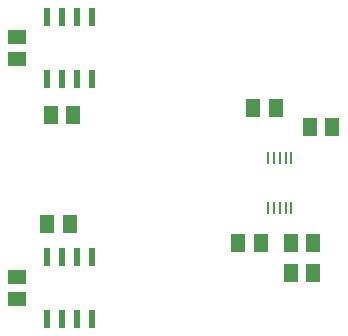
<source format=gtp>
G75*
%MOIN*%
%OFA0B0*%
%FSLAX25Y25*%
%IPPOS*%
%LPD*%
%AMOC8*
5,1,8,0,0,1.08239X$1,22.5*
%
%ADD10R,0.02362X0.06299*%
%ADD11R,0.00984X0.03937*%
%ADD12R,0.05118X0.06299*%
%ADD13R,0.05118X0.05906*%
%ADD14R,0.05906X0.05118*%
D10*
X0099500Y0064764D03*
X0104500Y0064764D03*
X0109500Y0064764D03*
X0114500Y0064764D03*
X0114500Y0085236D03*
X0109500Y0085236D03*
X0104500Y0085236D03*
X0099500Y0085236D03*
X0099500Y0144764D03*
X0104500Y0144764D03*
X0109500Y0144764D03*
X0114500Y0144764D03*
X0114500Y0165236D03*
X0109500Y0165236D03*
X0104500Y0165236D03*
X0099500Y0165236D03*
D11*
X0173063Y0118319D03*
X0175031Y0118319D03*
X0177000Y0118319D03*
X0178969Y0118319D03*
X0180937Y0118319D03*
X0180937Y0101681D03*
X0178969Y0101681D03*
X0177000Y0101681D03*
X0175031Y0101681D03*
X0173063Y0101681D03*
D12*
X0170740Y0090000D03*
X0163260Y0090000D03*
X0180760Y0090000D03*
X0188240Y0090000D03*
X0175740Y0135000D03*
X0168260Y0135000D03*
D13*
X0187010Y0128750D03*
X0194490Y0128750D03*
X0188240Y0080000D03*
X0180760Y0080000D03*
X0106990Y0096250D03*
X0099510Y0096250D03*
X0100760Y0132500D03*
X0108240Y0132500D03*
D14*
X0089500Y0071260D03*
X0089500Y0078740D03*
X0089500Y0151260D03*
X0089500Y0158740D03*
M02*

</source>
